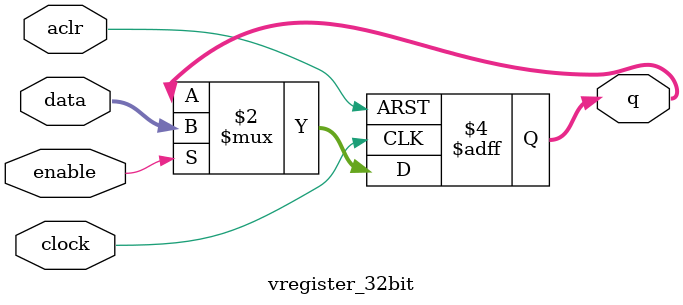
<source format=v>
`timescale 1 ps / 1 ps
module vregister_32bit (
	aclr,
	clock,
	data,
	enable,
	q);

	input	  aclr;
	input	  clock;
	input	[31:0]  data;
	input	  enable;
	output reg	[31:0]  q;
	
	always @(posedge clock, posedge aclr)
	begin
		if (aclr)
			q <= 31'b0;
		else if (enable)
			q <= data;
	end

endmodule
</source>
